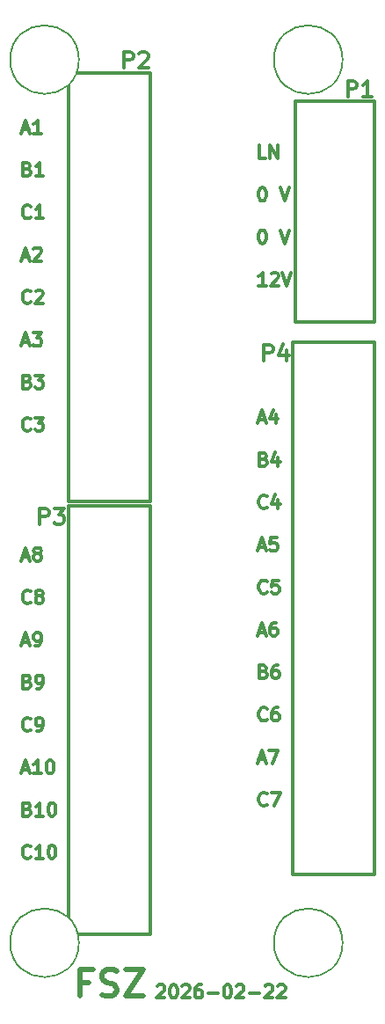
<source format=gto>
%TF.GenerationSoftware,KiCad,Pcbnew,(6.0.7)*%
%TF.CreationDate,2026-02-23T19:25:28+01:00*%
%TF.ProjectId,FSZ_BP,46535a5f-4250-42e6-9b69-6361645f7063,0438 -*%
%TF.SameCoordinates,Original*%
%TF.FileFunction,Legend,Top*%
%TF.FilePolarity,Positive*%
%FSLAX46Y46*%
G04 Gerber Fmt 4.6, Leading zero omitted, Abs format (unit mm)*
G04 Created by KiCad (PCBNEW (6.0.7)) date 2026-02-23 19:25:28*
%MOMM*%
%LPD*%
G01*
G04 APERTURE LIST*
%ADD10C,0.508000*%
%ADD11C,0.304800*%
%ADD12C,0.203200*%
%ADD13C,6.400800*%
%ADD14R,3.048000X3.048000*%
%ADD15C,3.048000*%
%ADD16C,2.200000*%
%ADD17C,4.000000*%
G04 APERTURE END LIST*
D10*
X53061809Y-198700571D02*
X52215142Y-198700571D01*
X52215142Y-200031047D02*
X52215142Y-197491047D01*
X53424666Y-197491047D01*
X54271333Y-199910095D02*
X54634190Y-200031047D01*
X55238952Y-200031047D01*
X55480857Y-199910095D01*
X55601809Y-199789142D01*
X55722761Y-199547238D01*
X55722761Y-199305333D01*
X55601809Y-199063428D01*
X55480857Y-198942476D01*
X55238952Y-198821523D01*
X54755142Y-198700571D01*
X54513238Y-198579619D01*
X54392285Y-198458666D01*
X54271333Y-198216761D01*
X54271333Y-197974857D01*
X54392285Y-197732952D01*
X54513238Y-197612000D01*
X54755142Y-197491047D01*
X55359904Y-197491047D01*
X55722761Y-197612000D01*
X56569428Y-197491047D02*
X58262761Y-197491047D01*
X56569428Y-200031047D01*
X58262761Y-200031047D01*
D11*
X46640024Y-116648766D02*
X47244786Y-116648766D01*
X46519072Y-117011623D02*
X46942405Y-115741623D01*
X47365739Y-117011623D01*
X48454310Y-117011623D02*
X47728596Y-117011623D01*
X48091453Y-117011623D02*
X48091453Y-115741623D01*
X47970500Y-115923052D01*
X47849548Y-116044004D01*
X47728596Y-116104480D01*
X47123834Y-120435785D02*
X47305262Y-120496261D01*
X47365739Y-120556738D01*
X47426215Y-120677690D01*
X47426215Y-120859119D01*
X47365739Y-120980071D01*
X47305262Y-121040547D01*
X47184310Y-121101023D01*
X46700500Y-121101023D01*
X46700500Y-119831023D01*
X47123834Y-119831023D01*
X47244786Y-119891500D01*
X47305262Y-119951976D01*
X47365739Y-120072928D01*
X47365739Y-120193880D01*
X47305262Y-120314833D01*
X47244786Y-120375309D01*
X47123834Y-120435785D01*
X46700500Y-120435785D01*
X48635739Y-121101023D02*
X47910024Y-121101023D01*
X48272881Y-121101023D02*
X48272881Y-119831023D01*
X48151929Y-120012452D01*
X48030977Y-120133404D01*
X47910024Y-120193880D01*
X47426215Y-125069471D02*
X47365739Y-125129947D01*
X47184310Y-125190423D01*
X47063358Y-125190423D01*
X46881929Y-125129947D01*
X46760977Y-125008995D01*
X46700500Y-124888042D01*
X46640024Y-124646138D01*
X46640024Y-124464709D01*
X46700500Y-124222804D01*
X46760977Y-124101852D01*
X46881929Y-123980900D01*
X47063358Y-123920423D01*
X47184310Y-123920423D01*
X47365739Y-123980900D01*
X47426215Y-124041376D01*
X48635739Y-125190423D02*
X47910024Y-125190423D01*
X48272881Y-125190423D02*
X48272881Y-123920423D01*
X48151929Y-124101852D01*
X48030977Y-124222804D01*
X47910024Y-124283280D01*
X46640024Y-128916966D02*
X47244786Y-128916966D01*
X46519072Y-129279823D02*
X46942405Y-128009823D01*
X47365739Y-129279823D01*
X47728596Y-128130776D02*
X47789072Y-128070300D01*
X47910024Y-128009823D01*
X48212405Y-128009823D01*
X48333358Y-128070300D01*
X48393834Y-128130776D01*
X48454310Y-128251728D01*
X48454310Y-128372680D01*
X48393834Y-128554109D01*
X47668120Y-129279823D01*
X48454310Y-129279823D01*
X47426215Y-133248271D02*
X47365739Y-133308747D01*
X47184310Y-133369223D01*
X47063358Y-133369223D01*
X46881929Y-133308747D01*
X46760977Y-133187795D01*
X46700500Y-133066842D01*
X46640024Y-132824938D01*
X46640024Y-132643509D01*
X46700500Y-132401604D01*
X46760977Y-132280652D01*
X46881929Y-132159700D01*
X47063358Y-132099223D01*
X47184310Y-132099223D01*
X47365739Y-132159700D01*
X47426215Y-132220176D01*
X47910024Y-132220176D02*
X47970500Y-132159700D01*
X48091453Y-132099223D01*
X48393834Y-132099223D01*
X48514786Y-132159700D01*
X48575262Y-132220176D01*
X48635739Y-132341128D01*
X48635739Y-132462080D01*
X48575262Y-132643509D01*
X47849548Y-133369223D01*
X48635739Y-133369223D01*
X46640024Y-137095766D02*
X47244786Y-137095766D01*
X46519072Y-137458623D02*
X46942405Y-136188623D01*
X47365739Y-137458623D01*
X47668120Y-136188623D02*
X48454310Y-136188623D01*
X48030977Y-136672433D01*
X48212405Y-136672433D01*
X48333358Y-136732909D01*
X48393834Y-136793385D01*
X48454310Y-136914338D01*
X48454310Y-137216719D01*
X48393834Y-137337671D01*
X48333358Y-137398147D01*
X48212405Y-137458623D01*
X47849548Y-137458623D01*
X47728596Y-137398147D01*
X47668120Y-137337671D01*
X47123834Y-140882785D02*
X47305262Y-140943261D01*
X47365739Y-141003738D01*
X47426215Y-141124690D01*
X47426215Y-141306119D01*
X47365739Y-141427071D01*
X47305262Y-141487547D01*
X47184310Y-141548023D01*
X46700500Y-141548023D01*
X46700500Y-140278023D01*
X47123834Y-140278023D01*
X47244786Y-140338500D01*
X47305262Y-140398976D01*
X47365739Y-140519928D01*
X47365739Y-140640880D01*
X47305262Y-140761833D01*
X47244786Y-140822309D01*
X47123834Y-140882785D01*
X46700500Y-140882785D01*
X47849548Y-140278023D02*
X48635739Y-140278023D01*
X48212405Y-140761833D01*
X48393834Y-140761833D01*
X48514786Y-140822309D01*
X48575262Y-140882785D01*
X48635739Y-141003738D01*
X48635739Y-141306119D01*
X48575262Y-141427071D01*
X48514786Y-141487547D01*
X48393834Y-141548023D01*
X48030977Y-141548023D01*
X47910024Y-141487547D01*
X47849548Y-141427071D01*
X47426215Y-145516471D02*
X47365739Y-145576947D01*
X47184310Y-145637423D01*
X47063358Y-145637423D01*
X46881929Y-145576947D01*
X46760977Y-145455995D01*
X46700500Y-145335042D01*
X46640024Y-145093138D01*
X46640024Y-144911709D01*
X46700500Y-144669804D01*
X46760977Y-144548852D01*
X46881929Y-144427900D01*
X47063358Y-144367423D01*
X47184310Y-144367423D01*
X47365739Y-144427900D01*
X47426215Y-144488376D01*
X47849548Y-144367423D02*
X48635739Y-144367423D01*
X48212405Y-144851233D01*
X48393834Y-144851233D01*
X48514786Y-144911709D01*
X48575262Y-144972185D01*
X48635739Y-145093138D01*
X48635739Y-145395519D01*
X48575262Y-145516471D01*
X48514786Y-145576947D01*
X48393834Y-145637423D01*
X48030977Y-145637423D01*
X47910024Y-145576947D01*
X47849548Y-145516471D01*
X59622024Y-199069476D02*
X59682500Y-199009000D01*
X59803453Y-198948523D01*
X60105834Y-198948523D01*
X60226786Y-199009000D01*
X60287262Y-199069476D01*
X60347739Y-199190428D01*
X60347739Y-199311380D01*
X60287262Y-199492809D01*
X59561548Y-200218523D01*
X60347739Y-200218523D01*
X61133929Y-198948523D02*
X61254881Y-198948523D01*
X61375834Y-199009000D01*
X61436310Y-199069476D01*
X61496786Y-199190428D01*
X61557262Y-199432333D01*
X61557262Y-199734714D01*
X61496786Y-199976619D01*
X61436310Y-200097571D01*
X61375834Y-200158047D01*
X61254881Y-200218523D01*
X61133929Y-200218523D01*
X61012977Y-200158047D01*
X60952500Y-200097571D01*
X60892024Y-199976619D01*
X60831548Y-199734714D01*
X60831548Y-199432333D01*
X60892024Y-199190428D01*
X60952500Y-199069476D01*
X61012977Y-199009000D01*
X61133929Y-198948523D01*
X62041072Y-199069476D02*
X62101548Y-199009000D01*
X62222500Y-198948523D01*
X62524881Y-198948523D01*
X62645834Y-199009000D01*
X62706310Y-199069476D01*
X62766786Y-199190428D01*
X62766786Y-199311380D01*
X62706310Y-199492809D01*
X61980596Y-200218523D01*
X62766786Y-200218523D01*
X63855358Y-198948523D02*
X63613453Y-198948523D01*
X63492500Y-199009000D01*
X63432024Y-199069476D01*
X63311072Y-199250904D01*
X63250596Y-199492809D01*
X63250596Y-199976619D01*
X63311072Y-200097571D01*
X63371548Y-200158047D01*
X63492500Y-200218523D01*
X63734405Y-200218523D01*
X63855358Y-200158047D01*
X63915834Y-200097571D01*
X63976310Y-199976619D01*
X63976310Y-199674238D01*
X63915834Y-199553285D01*
X63855358Y-199492809D01*
X63734405Y-199432333D01*
X63492500Y-199432333D01*
X63371548Y-199492809D01*
X63311072Y-199553285D01*
X63250596Y-199674238D01*
X64520596Y-199734714D02*
X65488215Y-199734714D01*
X66334881Y-198948523D02*
X66455834Y-198948523D01*
X66576786Y-199009000D01*
X66637262Y-199069476D01*
X66697739Y-199190428D01*
X66758215Y-199432333D01*
X66758215Y-199734714D01*
X66697739Y-199976619D01*
X66637262Y-200097571D01*
X66576786Y-200158047D01*
X66455834Y-200218523D01*
X66334881Y-200218523D01*
X66213929Y-200158047D01*
X66153453Y-200097571D01*
X66092977Y-199976619D01*
X66032500Y-199734714D01*
X66032500Y-199432333D01*
X66092977Y-199190428D01*
X66153453Y-199069476D01*
X66213929Y-199009000D01*
X66334881Y-198948523D01*
X67242024Y-199069476D02*
X67302500Y-199009000D01*
X67423453Y-198948523D01*
X67725834Y-198948523D01*
X67846786Y-199009000D01*
X67907262Y-199069476D01*
X67967739Y-199190428D01*
X67967739Y-199311380D01*
X67907262Y-199492809D01*
X67181548Y-200218523D01*
X67967739Y-200218523D01*
X68512024Y-199734714D02*
X69479643Y-199734714D01*
X70023929Y-199069476D02*
X70084405Y-199009000D01*
X70205358Y-198948523D01*
X70507739Y-198948523D01*
X70628691Y-199009000D01*
X70689167Y-199069476D01*
X70749643Y-199190428D01*
X70749643Y-199311380D01*
X70689167Y-199492809D01*
X69963453Y-200218523D01*
X70749643Y-200218523D01*
X71233453Y-199069476D02*
X71293929Y-199009000D01*
X71414881Y-198948523D01*
X71717262Y-198948523D01*
X71838215Y-199009000D01*
X71898691Y-199069476D01*
X71959167Y-199190428D01*
X71959167Y-199311380D01*
X71898691Y-199492809D01*
X71172977Y-200218523D01*
X71959167Y-200218523D01*
X69390024Y-144559366D02*
X69994786Y-144559366D01*
X69269072Y-144922223D02*
X69692405Y-143652223D01*
X70115739Y-144922223D01*
X71083358Y-144075557D02*
X71083358Y-144922223D01*
X70780977Y-143591747D02*
X70478596Y-144498890D01*
X71264786Y-144498890D01*
X69873834Y-148346385D02*
X70055262Y-148406861D01*
X70115739Y-148467338D01*
X70176215Y-148588290D01*
X70176215Y-148769719D01*
X70115739Y-148890671D01*
X70055262Y-148951147D01*
X69934310Y-149011623D01*
X69450500Y-149011623D01*
X69450500Y-147741623D01*
X69873834Y-147741623D01*
X69994786Y-147802100D01*
X70055262Y-147862576D01*
X70115739Y-147983528D01*
X70115739Y-148104480D01*
X70055262Y-148225433D01*
X69994786Y-148285909D01*
X69873834Y-148346385D01*
X69450500Y-148346385D01*
X71264786Y-148164957D02*
X71264786Y-149011623D01*
X70962405Y-147681147D02*
X70660024Y-148588290D01*
X71446215Y-148588290D01*
X70176215Y-152980071D02*
X70115739Y-153040547D01*
X69934310Y-153101023D01*
X69813358Y-153101023D01*
X69631929Y-153040547D01*
X69510977Y-152919595D01*
X69450500Y-152798642D01*
X69390024Y-152556738D01*
X69390024Y-152375309D01*
X69450500Y-152133404D01*
X69510977Y-152012452D01*
X69631929Y-151891500D01*
X69813358Y-151831023D01*
X69934310Y-151831023D01*
X70115739Y-151891500D01*
X70176215Y-151951976D01*
X71264786Y-152254357D02*
X71264786Y-153101023D01*
X70962405Y-151770547D02*
X70660024Y-152677690D01*
X71446215Y-152677690D01*
X69390024Y-156827566D02*
X69994786Y-156827566D01*
X69269072Y-157190423D02*
X69692405Y-155920423D01*
X70115739Y-157190423D01*
X71143834Y-155920423D02*
X70539072Y-155920423D01*
X70478596Y-156525185D01*
X70539072Y-156464709D01*
X70660024Y-156404233D01*
X70962405Y-156404233D01*
X71083358Y-156464709D01*
X71143834Y-156525185D01*
X71204310Y-156646138D01*
X71204310Y-156948519D01*
X71143834Y-157069471D01*
X71083358Y-157129947D01*
X70962405Y-157190423D01*
X70660024Y-157190423D01*
X70539072Y-157129947D01*
X70478596Y-157069471D01*
X70176215Y-161158871D02*
X70115739Y-161219347D01*
X69934310Y-161279823D01*
X69813358Y-161279823D01*
X69631929Y-161219347D01*
X69510977Y-161098395D01*
X69450500Y-160977442D01*
X69390024Y-160735538D01*
X69390024Y-160554109D01*
X69450500Y-160312204D01*
X69510977Y-160191252D01*
X69631929Y-160070300D01*
X69813358Y-160009823D01*
X69934310Y-160009823D01*
X70115739Y-160070300D01*
X70176215Y-160130776D01*
X71325262Y-160009823D02*
X70720500Y-160009823D01*
X70660024Y-160614585D01*
X70720500Y-160554109D01*
X70841453Y-160493633D01*
X71143834Y-160493633D01*
X71264786Y-160554109D01*
X71325262Y-160614585D01*
X71385739Y-160735538D01*
X71385739Y-161037919D01*
X71325262Y-161158871D01*
X71264786Y-161219347D01*
X71143834Y-161279823D01*
X70841453Y-161279823D01*
X70720500Y-161219347D01*
X70660024Y-161158871D01*
X69390024Y-165006366D02*
X69994786Y-165006366D01*
X69269072Y-165369223D02*
X69692405Y-164099223D01*
X70115739Y-165369223D01*
X71083358Y-164099223D02*
X70841453Y-164099223D01*
X70720500Y-164159700D01*
X70660024Y-164220176D01*
X70539072Y-164401604D01*
X70478596Y-164643509D01*
X70478596Y-165127319D01*
X70539072Y-165248271D01*
X70599548Y-165308747D01*
X70720500Y-165369223D01*
X70962405Y-165369223D01*
X71083358Y-165308747D01*
X71143834Y-165248271D01*
X71204310Y-165127319D01*
X71204310Y-164824938D01*
X71143834Y-164703985D01*
X71083358Y-164643509D01*
X70962405Y-164583033D01*
X70720500Y-164583033D01*
X70599548Y-164643509D01*
X70539072Y-164703985D01*
X70478596Y-164824938D01*
X69873834Y-168793385D02*
X70055262Y-168853861D01*
X70115739Y-168914338D01*
X70176215Y-169035290D01*
X70176215Y-169216719D01*
X70115739Y-169337671D01*
X70055262Y-169398147D01*
X69934310Y-169458623D01*
X69450500Y-169458623D01*
X69450500Y-168188623D01*
X69873834Y-168188623D01*
X69994786Y-168249100D01*
X70055262Y-168309576D01*
X70115739Y-168430528D01*
X70115739Y-168551480D01*
X70055262Y-168672433D01*
X69994786Y-168732909D01*
X69873834Y-168793385D01*
X69450500Y-168793385D01*
X71264786Y-168188623D02*
X71022881Y-168188623D01*
X70901929Y-168249100D01*
X70841453Y-168309576D01*
X70720500Y-168491004D01*
X70660024Y-168732909D01*
X70660024Y-169216719D01*
X70720500Y-169337671D01*
X70780977Y-169398147D01*
X70901929Y-169458623D01*
X71143834Y-169458623D01*
X71264786Y-169398147D01*
X71325262Y-169337671D01*
X71385739Y-169216719D01*
X71385739Y-168914338D01*
X71325262Y-168793385D01*
X71264786Y-168732909D01*
X71143834Y-168672433D01*
X70901929Y-168672433D01*
X70780977Y-168732909D01*
X70720500Y-168793385D01*
X70660024Y-168914338D01*
X70176215Y-173427071D02*
X70115739Y-173487547D01*
X69934310Y-173548023D01*
X69813358Y-173548023D01*
X69631929Y-173487547D01*
X69510977Y-173366595D01*
X69450500Y-173245642D01*
X69390024Y-173003738D01*
X69390024Y-172822309D01*
X69450500Y-172580404D01*
X69510977Y-172459452D01*
X69631929Y-172338500D01*
X69813358Y-172278023D01*
X69934310Y-172278023D01*
X70115739Y-172338500D01*
X70176215Y-172398976D01*
X71264786Y-172278023D02*
X71022881Y-172278023D01*
X70901929Y-172338500D01*
X70841453Y-172398976D01*
X70720500Y-172580404D01*
X70660024Y-172822309D01*
X70660024Y-173306119D01*
X70720500Y-173427071D01*
X70780977Y-173487547D01*
X70901929Y-173548023D01*
X71143834Y-173548023D01*
X71264786Y-173487547D01*
X71325262Y-173427071D01*
X71385739Y-173306119D01*
X71385739Y-173003738D01*
X71325262Y-172882785D01*
X71264786Y-172822309D01*
X71143834Y-172761833D01*
X70901929Y-172761833D01*
X70780977Y-172822309D01*
X70720500Y-172882785D01*
X70660024Y-173003738D01*
X69390024Y-177274566D02*
X69994786Y-177274566D01*
X69269072Y-177637423D02*
X69692405Y-176367423D01*
X70115739Y-177637423D01*
X70418120Y-176367423D02*
X71264786Y-176367423D01*
X70720500Y-177637423D01*
X70176215Y-181605871D02*
X70115739Y-181666347D01*
X69934310Y-181726823D01*
X69813358Y-181726823D01*
X69631929Y-181666347D01*
X69510977Y-181545395D01*
X69450500Y-181424442D01*
X69390024Y-181182538D01*
X69390024Y-181001109D01*
X69450500Y-180759204D01*
X69510977Y-180638252D01*
X69631929Y-180517300D01*
X69813358Y-180456823D01*
X69934310Y-180456823D01*
X70115739Y-180517300D01*
X70176215Y-180577776D01*
X70599548Y-180456823D02*
X71446215Y-180456823D01*
X70901929Y-181726823D01*
X46640024Y-157798766D02*
X47244786Y-157798766D01*
X46519072Y-158161623D02*
X46942405Y-156891623D01*
X47365739Y-158161623D01*
X47970500Y-157435909D02*
X47849548Y-157375433D01*
X47789072Y-157314957D01*
X47728596Y-157194004D01*
X47728596Y-157133528D01*
X47789072Y-157012576D01*
X47849548Y-156952100D01*
X47970500Y-156891623D01*
X48212405Y-156891623D01*
X48333358Y-156952100D01*
X48393834Y-157012576D01*
X48454310Y-157133528D01*
X48454310Y-157194004D01*
X48393834Y-157314957D01*
X48333358Y-157375433D01*
X48212405Y-157435909D01*
X47970500Y-157435909D01*
X47849548Y-157496385D01*
X47789072Y-157556861D01*
X47728596Y-157677814D01*
X47728596Y-157919719D01*
X47789072Y-158040671D01*
X47849548Y-158101147D01*
X47970500Y-158161623D01*
X48212405Y-158161623D01*
X48333358Y-158101147D01*
X48393834Y-158040671D01*
X48454310Y-157919719D01*
X48454310Y-157677814D01*
X48393834Y-157556861D01*
X48333358Y-157496385D01*
X48212405Y-157435909D01*
X47426215Y-162130071D02*
X47365739Y-162190547D01*
X47184310Y-162251023D01*
X47063358Y-162251023D01*
X46881929Y-162190547D01*
X46760977Y-162069595D01*
X46700500Y-161948642D01*
X46640024Y-161706738D01*
X46640024Y-161525309D01*
X46700500Y-161283404D01*
X46760977Y-161162452D01*
X46881929Y-161041500D01*
X47063358Y-160981023D01*
X47184310Y-160981023D01*
X47365739Y-161041500D01*
X47426215Y-161101976D01*
X48151929Y-161525309D02*
X48030977Y-161464833D01*
X47970500Y-161404357D01*
X47910024Y-161283404D01*
X47910024Y-161222928D01*
X47970500Y-161101976D01*
X48030977Y-161041500D01*
X48151929Y-160981023D01*
X48393834Y-160981023D01*
X48514786Y-161041500D01*
X48575262Y-161101976D01*
X48635739Y-161222928D01*
X48635739Y-161283404D01*
X48575262Y-161404357D01*
X48514786Y-161464833D01*
X48393834Y-161525309D01*
X48151929Y-161525309D01*
X48030977Y-161585785D01*
X47970500Y-161646261D01*
X47910024Y-161767214D01*
X47910024Y-162009119D01*
X47970500Y-162130071D01*
X48030977Y-162190547D01*
X48151929Y-162251023D01*
X48393834Y-162251023D01*
X48514786Y-162190547D01*
X48575262Y-162130071D01*
X48635739Y-162009119D01*
X48635739Y-161767214D01*
X48575262Y-161646261D01*
X48514786Y-161585785D01*
X48393834Y-161525309D01*
X46640024Y-165977566D02*
X47244786Y-165977566D01*
X46519072Y-166340423D02*
X46942405Y-165070423D01*
X47365739Y-166340423D01*
X47849548Y-166340423D02*
X48091453Y-166340423D01*
X48212405Y-166279947D01*
X48272881Y-166219471D01*
X48393834Y-166038042D01*
X48454310Y-165796138D01*
X48454310Y-165312328D01*
X48393834Y-165191376D01*
X48333358Y-165130900D01*
X48212405Y-165070423D01*
X47970500Y-165070423D01*
X47849548Y-165130900D01*
X47789072Y-165191376D01*
X47728596Y-165312328D01*
X47728596Y-165614709D01*
X47789072Y-165735661D01*
X47849548Y-165796138D01*
X47970500Y-165856614D01*
X48212405Y-165856614D01*
X48333358Y-165796138D01*
X48393834Y-165735661D01*
X48454310Y-165614709D01*
X47123834Y-169764585D02*
X47305262Y-169825061D01*
X47365739Y-169885538D01*
X47426215Y-170006490D01*
X47426215Y-170187919D01*
X47365739Y-170308871D01*
X47305262Y-170369347D01*
X47184310Y-170429823D01*
X46700500Y-170429823D01*
X46700500Y-169159823D01*
X47123834Y-169159823D01*
X47244786Y-169220300D01*
X47305262Y-169280776D01*
X47365739Y-169401728D01*
X47365739Y-169522680D01*
X47305262Y-169643633D01*
X47244786Y-169704109D01*
X47123834Y-169764585D01*
X46700500Y-169764585D01*
X48030977Y-170429823D02*
X48272881Y-170429823D01*
X48393834Y-170369347D01*
X48454310Y-170308871D01*
X48575262Y-170127442D01*
X48635739Y-169885538D01*
X48635739Y-169401728D01*
X48575262Y-169280776D01*
X48514786Y-169220300D01*
X48393834Y-169159823D01*
X48151929Y-169159823D01*
X48030977Y-169220300D01*
X47970500Y-169280776D01*
X47910024Y-169401728D01*
X47910024Y-169704109D01*
X47970500Y-169825061D01*
X48030977Y-169885538D01*
X48151929Y-169946014D01*
X48393834Y-169946014D01*
X48514786Y-169885538D01*
X48575262Y-169825061D01*
X48635739Y-169704109D01*
X47426215Y-174398271D02*
X47365739Y-174458747D01*
X47184310Y-174519223D01*
X47063358Y-174519223D01*
X46881929Y-174458747D01*
X46760977Y-174337795D01*
X46700500Y-174216842D01*
X46640024Y-173974938D01*
X46640024Y-173793509D01*
X46700500Y-173551604D01*
X46760977Y-173430652D01*
X46881929Y-173309700D01*
X47063358Y-173249223D01*
X47184310Y-173249223D01*
X47365739Y-173309700D01*
X47426215Y-173370176D01*
X48030977Y-174519223D02*
X48272881Y-174519223D01*
X48393834Y-174458747D01*
X48454310Y-174398271D01*
X48575262Y-174216842D01*
X48635739Y-173974938D01*
X48635739Y-173491128D01*
X48575262Y-173370176D01*
X48514786Y-173309700D01*
X48393834Y-173249223D01*
X48151929Y-173249223D01*
X48030977Y-173309700D01*
X47970500Y-173370176D01*
X47910024Y-173491128D01*
X47910024Y-173793509D01*
X47970500Y-173914461D01*
X48030977Y-173974938D01*
X48151929Y-174035414D01*
X48393834Y-174035414D01*
X48514786Y-173974938D01*
X48575262Y-173914461D01*
X48635739Y-173793509D01*
X46640024Y-178245766D02*
X47244786Y-178245766D01*
X46519072Y-178608623D02*
X46942405Y-177338623D01*
X47365739Y-178608623D01*
X48454310Y-178608623D02*
X47728596Y-178608623D01*
X48091453Y-178608623D02*
X48091453Y-177338623D01*
X47970500Y-177520052D01*
X47849548Y-177641004D01*
X47728596Y-177701480D01*
X49240500Y-177338623D02*
X49361453Y-177338623D01*
X49482405Y-177399100D01*
X49542881Y-177459576D01*
X49603358Y-177580528D01*
X49663834Y-177822433D01*
X49663834Y-178124814D01*
X49603358Y-178366719D01*
X49542881Y-178487671D01*
X49482405Y-178548147D01*
X49361453Y-178608623D01*
X49240500Y-178608623D01*
X49119548Y-178548147D01*
X49059072Y-178487671D01*
X48998596Y-178366719D01*
X48938120Y-178124814D01*
X48938120Y-177822433D01*
X48998596Y-177580528D01*
X49059072Y-177459576D01*
X49119548Y-177399100D01*
X49240500Y-177338623D01*
X47123834Y-182032785D02*
X47305262Y-182093261D01*
X47365739Y-182153738D01*
X47426215Y-182274690D01*
X47426215Y-182456119D01*
X47365739Y-182577071D01*
X47305262Y-182637547D01*
X47184310Y-182698023D01*
X46700500Y-182698023D01*
X46700500Y-181428023D01*
X47123834Y-181428023D01*
X47244786Y-181488500D01*
X47305262Y-181548976D01*
X47365739Y-181669928D01*
X47365739Y-181790880D01*
X47305262Y-181911833D01*
X47244786Y-181972309D01*
X47123834Y-182032785D01*
X46700500Y-182032785D01*
X48635739Y-182698023D02*
X47910024Y-182698023D01*
X48272881Y-182698023D02*
X48272881Y-181428023D01*
X48151929Y-181609452D01*
X48030977Y-181730404D01*
X47910024Y-181790880D01*
X49421929Y-181428023D02*
X49542881Y-181428023D01*
X49663834Y-181488500D01*
X49724310Y-181548976D01*
X49784786Y-181669928D01*
X49845262Y-181911833D01*
X49845262Y-182214214D01*
X49784786Y-182456119D01*
X49724310Y-182577071D01*
X49663834Y-182637547D01*
X49542881Y-182698023D01*
X49421929Y-182698023D01*
X49300977Y-182637547D01*
X49240500Y-182577071D01*
X49180024Y-182456119D01*
X49119548Y-182214214D01*
X49119548Y-181911833D01*
X49180024Y-181669928D01*
X49240500Y-181548976D01*
X49300977Y-181488500D01*
X49421929Y-181428023D01*
X47426215Y-186666471D02*
X47365739Y-186726947D01*
X47184310Y-186787423D01*
X47063358Y-186787423D01*
X46881929Y-186726947D01*
X46760977Y-186605995D01*
X46700500Y-186485042D01*
X46640024Y-186243138D01*
X46640024Y-186061709D01*
X46700500Y-185819804D01*
X46760977Y-185698852D01*
X46881929Y-185577900D01*
X47063358Y-185517423D01*
X47184310Y-185517423D01*
X47365739Y-185577900D01*
X47426215Y-185638376D01*
X48635739Y-186787423D02*
X47910024Y-186787423D01*
X48272881Y-186787423D02*
X48272881Y-185517423D01*
X48151929Y-185698852D01*
X48030977Y-185819804D01*
X47910024Y-185880280D01*
X49421929Y-185517423D02*
X49542881Y-185517423D01*
X49663834Y-185577900D01*
X49724310Y-185638376D01*
X49784786Y-185759328D01*
X49845262Y-186001233D01*
X49845262Y-186303614D01*
X49784786Y-186545519D01*
X49724310Y-186666471D01*
X49663834Y-186726947D01*
X49542881Y-186787423D01*
X49421929Y-186787423D01*
X49300977Y-186726947D01*
X49240500Y-186666471D01*
X49180024Y-186545519D01*
X49119548Y-186303614D01*
X49119548Y-186001233D01*
X49180024Y-185759328D01*
X49240500Y-185638376D01*
X49300977Y-185577900D01*
X49421929Y-185517423D01*
X70055262Y-119408423D02*
X69450500Y-119408423D01*
X69450500Y-118138423D01*
X70478596Y-119408423D02*
X70478596Y-118138423D01*
X71204310Y-119408423D01*
X71204310Y-118138423D01*
X69692405Y-122227823D02*
X69813358Y-122227823D01*
X69934310Y-122288300D01*
X69994786Y-122348776D01*
X70055262Y-122469728D01*
X70115739Y-122711633D01*
X70115739Y-123014014D01*
X70055262Y-123255919D01*
X69994786Y-123376871D01*
X69934310Y-123437347D01*
X69813358Y-123497823D01*
X69692405Y-123497823D01*
X69571453Y-123437347D01*
X69510977Y-123376871D01*
X69450500Y-123255919D01*
X69390024Y-123014014D01*
X69390024Y-122711633D01*
X69450500Y-122469728D01*
X69510977Y-122348776D01*
X69571453Y-122288300D01*
X69692405Y-122227823D01*
X71446215Y-122227823D02*
X71869548Y-123497823D01*
X72292881Y-122227823D01*
X69692405Y-126317223D02*
X69813358Y-126317223D01*
X69934310Y-126377700D01*
X69994786Y-126438176D01*
X70055262Y-126559128D01*
X70115739Y-126801033D01*
X70115739Y-127103414D01*
X70055262Y-127345319D01*
X69994786Y-127466271D01*
X69934310Y-127526747D01*
X69813358Y-127587223D01*
X69692405Y-127587223D01*
X69571453Y-127526747D01*
X69510977Y-127466271D01*
X69450500Y-127345319D01*
X69390024Y-127103414D01*
X69390024Y-126801033D01*
X69450500Y-126559128D01*
X69510977Y-126438176D01*
X69571453Y-126377700D01*
X69692405Y-126317223D01*
X71446215Y-126317223D02*
X71869548Y-127587223D01*
X72292881Y-126317223D01*
X70115739Y-131676623D02*
X69390024Y-131676623D01*
X69752881Y-131676623D02*
X69752881Y-130406623D01*
X69631929Y-130588052D01*
X69510977Y-130709004D01*
X69390024Y-130769480D01*
X70599548Y-130527576D02*
X70660024Y-130467100D01*
X70780977Y-130406623D01*
X71083358Y-130406623D01*
X71204310Y-130467100D01*
X71264786Y-130527576D01*
X71325262Y-130648528D01*
X71325262Y-130769480D01*
X71264786Y-130950909D01*
X70539072Y-131676623D01*
X71325262Y-131676623D01*
X71688120Y-130406623D02*
X72111453Y-131676623D01*
X72534786Y-130406623D01*
%TO.C,P4*%
X69902977Y-138865428D02*
X69902977Y-137341428D01*
X70483548Y-137341428D01*
X70628691Y-137414000D01*
X70701262Y-137486571D01*
X70773834Y-137631714D01*
X70773834Y-137849428D01*
X70701262Y-137994571D01*
X70628691Y-138067142D01*
X70483548Y-138139714D01*
X69902977Y-138139714D01*
X72080120Y-137849428D02*
X72080120Y-138865428D01*
X71717262Y-137268857D02*
X71354405Y-138357428D01*
X72297834Y-138357428D01*
%TO.C,P1*%
X77961308Y-113465428D02*
X77961308Y-111941428D01*
X78541880Y-111941428D01*
X78687022Y-112014000D01*
X78759594Y-112086571D01*
X78832165Y-112231714D01*
X78832165Y-112449428D01*
X78759594Y-112594571D01*
X78687022Y-112667142D01*
X78541880Y-112739714D01*
X77961308Y-112739714D01*
X80283594Y-113465428D02*
X79412737Y-113465428D01*
X79848165Y-113465428D02*
X79848165Y-111941428D01*
X79703022Y-112159142D01*
X79557880Y-112304285D01*
X79412737Y-112376857D01*
%TO.C,P3*%
X48312977Y-154613428D02*
X48312977Y-153089428D01*
X48893548Y-153089428D01*
X49038691Y-153162000D01*
X49111262Y-153234571D01*
X49183834Y-153379714D01*
X49183834Y-153597428D01*
X49111262Y-153742571D01*
X49038691Y-153815142D01*
X48893548Y-153887714D01*
X48312977Y-153887714D01*
X49691834Y-153089428D02*
X50635262Y-153089428D01*
X50127262Y-153670000D01*
X50344977Y-153670000D01*
X50490120Y-153742571D01*
X50562691Y-153815142D01*
X50635262Y-153960285D01*
X50635262Y-154323142D01*
X50562691Y-154468285D01*
X50490120Y-154540857D01*
X50344977Y-154613428D01*
X49909548Y-154613428D01*
X49764405Y-154540857D01*
X49691834Y-154468285D01*
%TO.C,P2*%
X56440977Y-110671428D02*
X56440977Y-109147428D01*
X57021548Y-109147428D01*
X57166691Y-109220000D01*
X57239262Y-109292571D01*
X57311834Y-109437714D01*
X57311834Y-109655428D01*
X57239262Y-109800571D01*
X57166691Y-109873142D01*
X57021548Y-109945714D01*
X56440977Y-109945714D01*
X57892405Y-109292571D02*
X57964977Y-109220000D01*
X58110120Y-109147428D01*
X58472977Y-109147428D01*
X58618120Y-109220000D01*
X58690691Y-109292571D01*
X58763262Y-109437714D01*
X58763262Y-109582857D01*
X58690691Y-109800571D01*
X57819834Y-110671428D01*
X58763262Y-110671428D01*
D12*
%TO.C,HOLE*%
X52062000Y-109900000D02*
G75*
G03*
X52062000Y-109900000I-3302000J0D01*
G01*
X50462558Y-109900000D02*
G75*
G03*
X50462558Y-109900000I-1702558J0D01*
G01*
X75862558Y-109900000D02*
G75*
G03*
X75862558Y-109900000I-1702558J0D01*
G01*
X77462000Y-109900000D02*
G75*
G03*
X77462000Y-109900000I-3302000J0D01*
G01*
D11*
%TO.C,P4*%
X72699500Y-137119300D02*
X72700000Y-188320640D01*
X80500000Y-188320640D02*
X72700000Y-188320640D01*
X80500000Y-137119300D02*
X80500000Y-188320640D01*
X80500000Y-137119300D02*
X72700000Y-137119300D01*
D12*
%TO.C,HOLE*%
X77462000Y-194900000D02*
G75*
G03*
X77462000Y-194900000I-3302000J0D01*
G01*
X75862558Y-194900000D02*
G75*
G03*
X75862558Y-194900000I-1702558J0D01*
G01*
D11*
%TO.C,P1*%
X72900000Y-113939300D02*
X72900000Y-135140680D01*
X80500000Y-113939300D02*
X72900000Y-113939300D01*
X80500000Y-135140680D02*
X72900000Y-135140680D01*
X80500000Y-113939300D02*
X80500000Y-135140680D01*
%TO.C,P3*%
X58910000Y-152881300D02*
X51110000Y-152881300D01*
X58910000Y-194082640D02*
X51110000Y-194082640D01*
X51109500Y-152881300D02*
X51110000Y-194082640D01*
X58910000Y-152881300D02*
X58910000Y-194082640D01*
%TO.C,P2*%
X58910000Y-111225300D02*
X51110000Y-111225300D01*
X58910000Y-152426640D02*
X51110000Y-152426640D01*
X51109500Y-111225300D02*
X51110000Y-152426640D01*
X58910000Y-111225300D02*
X58910000Y-152426640D01*
D12*
%TO.C,HOLE*%
X50462558Y-194900000D02*
G75*
G03*
X50462558Y-194900000I-1702558J0D01*
G01*
X52062000Y-194900000D02*
G75*
G03*
X52062000Y-194900000I-3302000J0D01*
G01*
%TD*%
%LPC*%
D13*
%TO.C,HOLE*%
X48760000Y-109900000D03*
%TD*%
%TO.C,HOLE*%
X74160000Y-109900000D03*
%TD*%
D14*
%TO.C,P4*%
X76700000Y-140220000D03*
D15*
X76700000Y-145218720D03*
X76700000Y-150219980D03*
X76700000Y-155218700D03*
X76700000Y-160219960D03*
X76700000Y-165218680D03*
X76700000Y-170219940D03*
X76700000Y-175218660D03*
X76700000Y-180220000D03*
X76700000Y-185220000D03*
%TD*%
D13*
%TO.C,HOLE*%
X74160000Y-194900000D03*
%TD*%
D14*
%TO.C,P1*%
X76700000Y-117040640D03*
D15*
X76700000Y-122039360D03*
X76700000Y-127040620D03*
X76700000Y-132039340D03*
%TD*%
D14*
%TO.C,P3*%
X55110000Y-155982640D03*
D15*
X55110000Y-160981360D03*
X55110000Y-165982620D03*
X55110000Y-170981340D03*
X55110000Y-175982600D03*
X55110000Y-180981320D03*
X55110000Y-185982580D03*
X55110000Y-190981300D03*
%TD*%
D14*
%TO.C,P2*%
X55110000Y-114326640D03*
D15*
X55110000Y-119325360D03*
X55110000Y-124326620D03*
X55110000Y-129325340D03*
X55110000Y-134326600D03*
X55110000Y-139325320D03*
X55110000Y-144326580D03*
X55110000Y-149325300D03*
%TD*%
D13*
%TO.C,HOLE*%
X48760000Y-194900000D03*
%TD*%
D16*
%TO.C,K1*%
X61500000Y-114900000D03*
X66500000Y-117400000D03*
X61500000Y-119900000D03*
X66500000Y-122400000D03*
X61500000Y-124900000D03*
X66500000Y-127400000D03*
X61500000Y-129900000D03*
X66500000Y-132400000D03*
X61500000Y-134900000D03*
X66500000Y-137400000D03*
X61500000Y-139900000D03*
X66500000Y-142400000D03*
X61500000Y-144900000D03*
X66500000Y-147400000D03*
X61500000Y-149900000D03*
X66500000Y-152400000D03*
X61500000Y-154900000D03*
X66500000Y-157400000D03*
X61500000Y-159900000D03*
X66500000Y-162400000D03*
X61500000Y-164900000D03*
X66500000Y-167400000D03*
X61500000Y-169900000D03*
X66500000Y-172400000D03*
X61500000Y-174900000D03*
X66500000Y-177401220D03*
X61500000Y-179900000D03*
X66500000Y-182399940D03*
X61500000Y-184900000D03*
X66500000Y-187400000D03*
X61500000Y-189900000D03*
D17*
X64000000Y-109900000D03*
X64000000Y-194900000D03*
%TD*%
M02*

</source>
